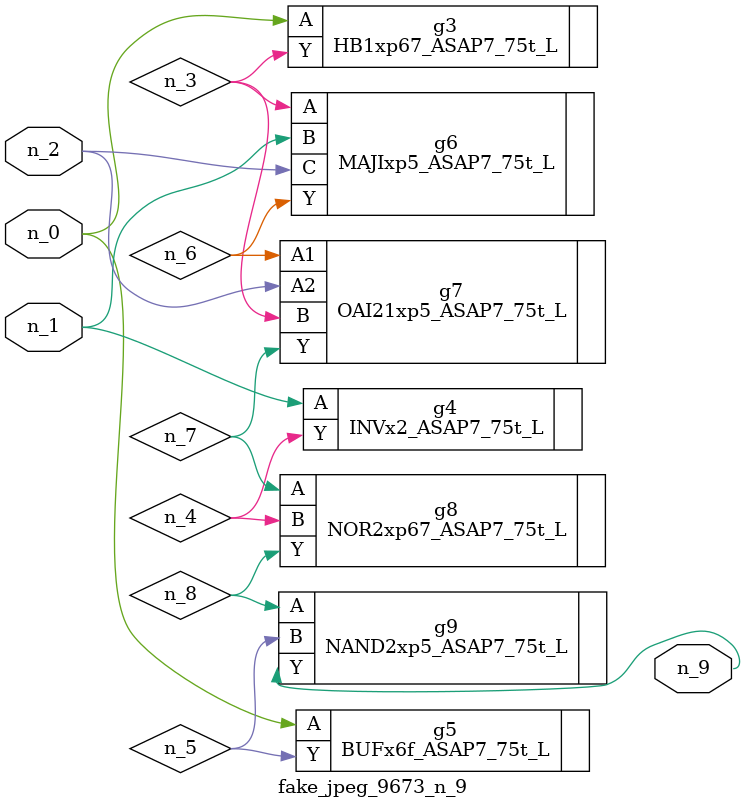
<source format=v>
module fake_jpeg_9673_n_9 (n_0, n_2, n_1, n_9);

input n_0;
input n_2;
input n_1;

output n_9;

wire n_3;
wire n_4;
wire n_8;
wire n_6;
wire n_5;
wire n_7;

HB1xp67_ASAP7_75t_L g3 ( 
.A(n_0),
.Y(n_3)
);

INVx2_ASAP7_75t_L g4 ( 
.A(n_1),
.Y(n_4)
);

BUFx6f_ASAP7_75t_L g5 ( 
.A(n_0),
.Y(n_5)
);

MAJIxp5_ASAP7_75t_L g6 ( 
.A(n_3),
.B(n_1),
.C(n_2),
.Y(n_6)
);

OAI21xp5_ASAP7_75t_L g7 ( 
.A1(n_6),
.A2(n_2),
.B(n_3),
.Y(n_7)
);

NOR2xp67_ASAP7_75t_L g8 ( 
.A(n_7),
.B(n_4),
.Y(n_8)
);

NAND2xp5_ASAP7_75t_L g9 ( 
.A(n_8),
.B(n_5),
.Y(n_9)
);


endmodule
</source>
